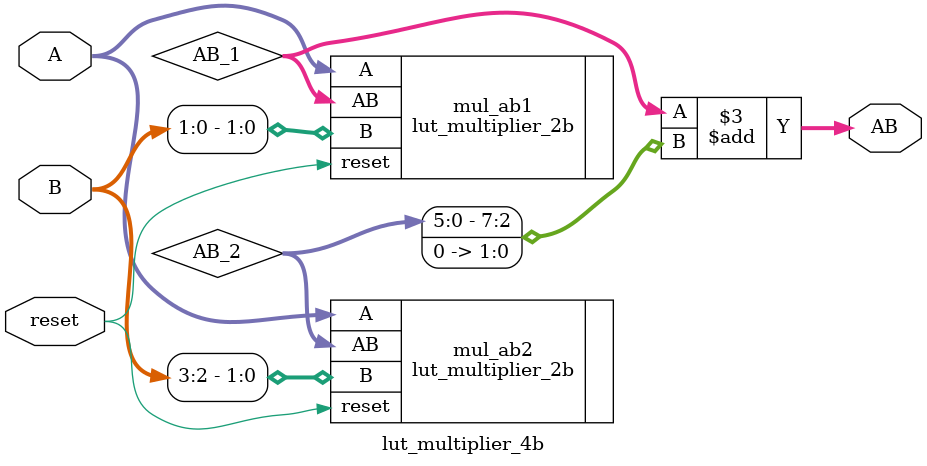
<source format=v>
module lut_multiplier_4b #(parameter N=4)
(
  input wire reset, // reset
  input wire [(N -1):0] A , // numero de 4 bits
  input wire [3:0] B , // numero de 4 bits
  output reg [(N +3) :0] AB // resultado de la multiplicacion
);

wire [5:0] AB_1 , AB_2;

/* se instancia el primer mux */
lut_multiplier_2b #(.N(4)) mul_ab1 (
  .reset (reset) , // reset
  .A (A) , // numero de 4 bits
  .B (B [1:0]) , // numero de 4 bits
  .AB (AB_1) // resultado mux 1
);

/* se instancia el segundo mux */
lut_multiplier_2b #(.N(4)) mul_ab2 (
  .reset (reset) , // reset
  .A (A) , // numero de 4 bits
  .B (B [3:2]) , // numero de 4 bits
  .AB (AB_2) // resultado mux 2
);

/*obtiene el resultado final
que es la suma de la salida del primer mux mas
el segundo desplazado 2 a la izquierda*/
always @ (*) AB = AB_1 + (AB_2 << 2);

endmodule

</source>
